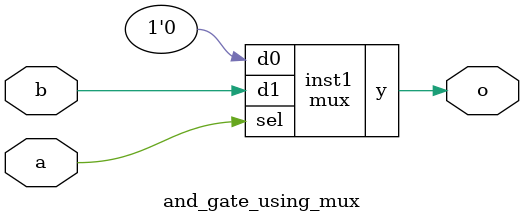
<source format=sv>

module mux
(
  input  d0, d1,
  input  sel,
  output y
);

  assign y = sel ? d1 : d0;

endmodule

//----------------------------------------------------------------------------
// Task
//----------------------------------------------------------------------------

module and_gate_using_mux
(
    input  a,
    input  b,
    output o
);

  // Task:
  // Implement and gate using instance(s) of mux,
  // constants 0 and 1, and wire connections

  mux inst1(
      .d0(1'b0),
      .d1(b),
      .sel(a),
      .y(o)
  );

endmodule

</source>
